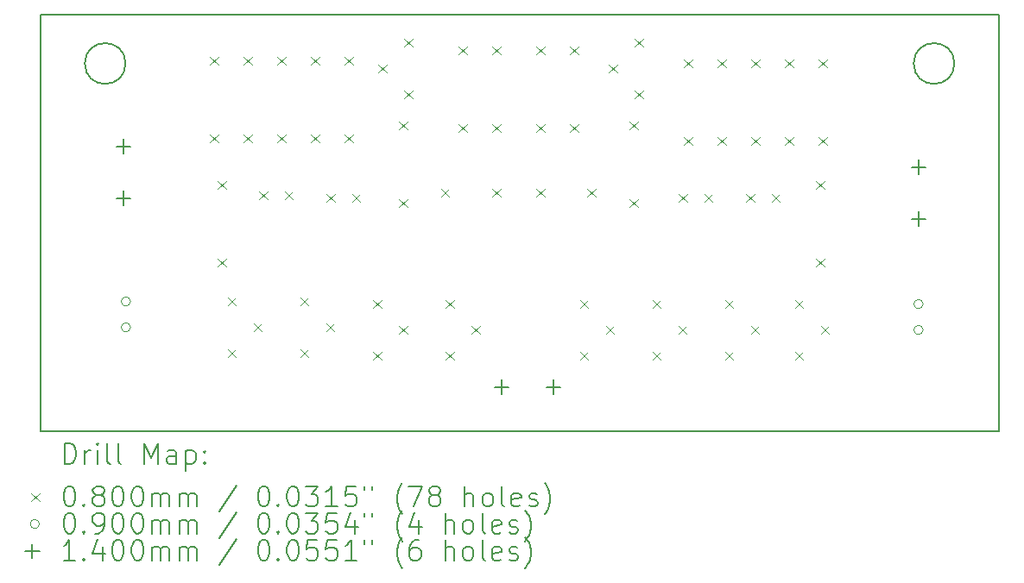
<source format=gbr>
%TF.GenerationSoftware,KiCad,Pcbnew,7.0.2-6a45011f42~172~ubuntu22.04.1*%
%TF.CreationDate,2023-05-29T20:36:31+02:00*%
%TF.ProjectId,politieflitser,706f6c69-7469-4656-966c-69747365722e,rev?*%
%TF.SameCoordinates,Original*%
%TF.FileFunction,Drillmap*%
%TF.FilePolarity,Positive*%
%FSLAX45Y45*%
G04 Gerber Fmt 4.5, Leading zero omitted, Abs format (unit mm)*
G04 Created by KiCad (PCBNEW 7.0.2-6a45011f42~172~ubuntu22.04.1) date 2023-05-29 20:36:31*
%MOMM*%
%LPD*%
G01*
G04 APERTURE LIST*
%ADD10C,0.200000*%
%ADD11C,0.080000*%
%ADD12C,0.090000*%
%ADD13C,0.140000*%
G04 APERTURE END LIST*
D10*
X11249000Y-2921000D02*
G75*
G03*
X11249000Y-2921000I-200000J0D01*
G01*
X2286000Y-2438400D02*
X11684000Y-2438400D01*
X11684000Y-6527800D01*
X2286000Y-6527800D01*
X2286000Y-2438400D01*
X3121000Y-2921000D02*
G75*
G03*
X3121000Y-2921000I-200000J0D01*
G01*
D11*
X3947800Y-2855600D02*
X4027800Y-2935600D01*
X4027800Y-2855600D02*
X3947800Y-2935600D01*
X3947800Y-3617600D02*
X4027800Y-3697600D01*
X4027800Y-3617600D02*
X3947800Y-3697600D01*
X4024000Y-4074800D02*
X4104000Y-4154800D01*
X4104000Y-4074800D02*
X4024000Y-4154800D01*
X4024000Y-4836800D02*
X4104000Y-4916800D01*
X4104000Y-4836800D02*
X4024000Y-4916800D01*
X4124800Y-5217800D02*
X4204800Y-5297800D01*
X4204800Y-5217800D02*
X4124800Y-5297800D01*
X4124800Y-5725800D02*
X4204800Y-5805800D01*
X4204800Y-5725800D02*
X4124800Y-5805800D01*
X4278000Y-2855600D02*
X4358000Y-2935600D01*
X4358000Y-2855600D02*
X4278000Y-2935600D01*
X4278000Y-3617600D02*
X4358000Y-3697600D01*
X4358000Y-3617600D02*
X4278000Y-3697600D01*
X4378800Y-5471800D02*
X4458800Y-5551800D01*
X4458800Y-5471800D02*
X4378800Y-5551800D01*
X4430400Y-4176400D02*
X4510400Y-4256400D01*
X4510400Y-4176400D02*
X4430400Y-4256400D01*
X4608200Y-2855600D02*
X4688200Y-2935600D01*
X4688200Y-2855600D02*
X4608200Y-2935600D01*
X4608200Y-3617600D02*
X4688200Y-3697600D01*
X4688200Y-3617600D02*
X4608200Y-3697600D01*
X4680400Y-4176400D02*
X4760400Y-4256400D01*
X4760400Y-4176400D02*
X4680400Y-4256400D01*
X4836000Y-5217800D02*
X4916000Y-5297800D01*
X4916000Y-5217800D02*
X4836000Y-5297800D01*
X4836000Y-5725800D02*
X4916000Y-5805800D01*
X4916000Y-5725800D02*
X4836000Y-5805800D01*
X4938400Y-2855600D02*
X5018400Y-2935600D01*
X5018400Y-2855600D02*
X4938400Y-2935600D01*
X4938400Y-3617600D02*
X5018400Y-3697600D01*
X5018400Y-3617600D02*
X4938400Y-3697600D01*
X5090000Y-5471800D02*
X5170000Y-5551800D01*
X5170000Y-5471800D02*
X5090000Y-5551800D01*
X5090800Y-4201800D02*
X5170800Y-4281800D01*
X5170800Y-4201800D02*
X5090800Y-4281800D01*
X5268600Y-2855600D02*
X5348600Y-2935600D01*
X5348600Y-2855600D02*
X5268600Y-2935600D01*
X5268600Y-3617600D02*
X5348600Y-3697600D01*
X5348600Y-3617600D02*
X5268600Y-3697600D01*
X5340800Y-4201800D02*
X5420800Y-4281800D01*
X5420800Y-4201800D02*
X5340800Y-4281800D01*
X5548000Y-5243200D02*
X5628000Y-5323200D01*
X5628000Y-5243200D02*
X5548000Y-5323200D01*
X5548000Y-5751200D02*
X5628000Y-5831200D01*
X5628000Y-5751200D02*
X5548000Y-5831200D01*
X5599600Y-2931800D02*
X5679600Y-3011800D01*
X5679600Y-2931800D02*
X5599600Y-3011800D01*
X5802000Y-3490600D02*
X5882000Y-3570600D01*
X5882000Y-3490600D02*
X5802000Y-3570600D01*
X5802000Y-4252600D02*
X5882000Y-4332600D01*
X5882000Y-4252600D02*
X5802000Y-4332600D01*
X5802000Y-5497200D02*
X5882000Y-5577200D01*
X5882000Y-5497200D02*
X5802000Y-5577200D01*
X5853600Y-2677800D02*
X5933600Y-2757800D01*
X5933600Y-2677800D02*
X5853600Y-2757800D01*
X5853600Y-3185800D02*
X5933600Y-3265800D01*
X5933600Y-3185800D02*
X5853600Y-3265800D01*
X6216400Y-4151000D02*
X6296400Y-4231000D01*
X6296400Y-4151000D02*
X6216400Y-4231000D01*
X6259200Y-5243200D02*
X6339200Y-5323200D01*
X6339200Y-5243200D02*
X6259200Y-5323200D01*
X6259200Y-5751200D02*
X6339200Y-5831200D01*
X6339200Y-5751200D02*
X6259200Y-5831200D01*
X6386200Y-2754000D02*
X6466200Y-2834000D01*
X6466200Y-2754000D02*
X6386200Y-2834000D01*
X6386200Y-3516000D02*
X6466200Y-3596000D01*
X6466200Y-3516000D02*
X6386200Y-3596000D01*
X6513200Y-5497200D02*
X6593200Y-5577200D01*
X6593200Y-5497200D02*
X6513200Y-5577200D01*
X6716400Y-2754000D02*
X6796400Y-2834000D01*
X6796400Y-2754000D02*
X6716400Y-2834000D01*
X6716400Y-3516000D02*
X6796400Y-3596000D01*
X6796400Y-3516000D02*
X6716400Y-3596000D01*
X6716400Y-4151000D02*
X6796400Y-4231000D01*
X6796400Y-4151000D02*
X6716400Y-4231000D01*
X7148200Y-2754000D02*
X7228200Y-2834000D01*
X7228200Y-2754000D02*
X7148200Y-2834000D01*
X7148200Y-3516000D02*
X7228200Y-3596000D01*
X7228200Y-3516000D02*
X7148200Y-3596000D01*
X7148200Y-4151000D02*
X7228200Y-4231000D01*
X7228200Y-4151000D02*
X7148200Y-4231000D01*
X7478400Y-2754000D02*
X7558400Y-2834000D01*
X7558400Y-2754000D02*
X7478400Y-2834000D01*
X7478400Y-3516000D02*
X7558400Y-3596000D01*
X7558400Y-3516000D02*
X7478400Y-3596000D01*
X7579200Y-5243200D02*
X7659200Y-5323200D01*
X7659200Y-5243200D02*
X7579200Y-5323200D01*
X7579200Y-5751200D02*
X7659200Y-5831200D01*
X7659200Y-5751200D02*
X7579200Y-5831200D01*
X7648200Y-4151000D02*
X7728200Y-4231000D01*
X7728200Y-4151000D02*
X7648200Y-4231000D01*
X7833200Y-5497200D02*
X7913200Y-5577200D01*
X7913200Y-5497200D02*
X7833200Y-5577200D01*
X7860200Y-2931800D02*
X7940200Y-3011800D01*
X7940200Y-2931800D02*
X7860200Y-3011800D01*
X8062600Y-3490600D02*
X8142600Y-3570600D01*
X8142600Y-3490600D02*
X8062600Y-3570600D01*
X8062600Y-4252600D02*
X8142600Y-4332600D01*
X8142600Y-4252600D02*
X8062600Y-4332600D01*
X8114200Y-2677800D02*
X8194200Y-2757800D01*
X8194200Y-2677800D02*
X8114200Y-2757800D01*
X8114200Y-3185800D02*
X8194200Y-3265800D01*
X8194200Y-3185800D02*
X8114200Y-3265800D01*
X8290400Y-5243200D02*
X8370400Y-5323200D01*
X8370400Y-5243200D02*
X8290400Y-5323200D01*
X8290400Y-5751200D02*
X8370400Y-5831200D01*
X8370400Y-5751200D02*
X8290400Y-5831200D01*
X8544400Y-5497200D02*
X8624400Y-5577200D01*
X8624400Y-5497200D02*
X8544400Y-5577200D01*
X8545200Y-4201800D02*
X8625200Y-4281800D01*
X8625200Y-4201800D02*
X8545200Y-4281800D01*
X8596000Y-2881000D02*
X8676000Y-2961000D01*
X8676000Y-2881000D02*
X8596000Y-2961000D01*
X8596000Y-3643000D02*
X8676000Y-3723000D01*
X8676000Y-3643000D02*
X8596000Y-3723000D01*
X8795200Y-4201800D02*
X8875200Y-4281800D01*
X8875200Y-4201800D02*
X8795200Y-4281800D01*
X8926200Y-2881000D02*
X9006200Y-2961000D01*
X9006200Y-2881000D02*
X8926200Y-2961000D01*
X8926200Y-3643000D02*
X9006200Y-3723000D01*
X9006200Y-3643000D02*
X8926200Y-3723000D01*
X9001600Y-5243200D02*
X9081600Y-5323200D01*
X9081600Y-5243200D02*
X9001600Y-5323200D01*
X9001600Y-5751200D02*
X9081600Y-5831200D01*
X9081600Y-5751200D02*
X9001600Y-5831200D01*
X9205600Y-4201800D02*
X9285600Y-4281800D01*
X9285600Y-4201800D02*
X9205600Y-4281800D01*
X9255600Y-5497200D02*
X9335600Y-5577200D01*
X9335600Y-5497200D02*
X9255600Y-5577200D01*
X9256400Y-2881000D02*
X9336400Y-2961000D01*
X9336400Y-2881000D02*
X9256400Y-2961000D01*
X9256400Y-3643000D02*
X9336400Y-3723000D01*
X9336400Y-3643000D02*
X9256400Y-3723000D01*
X9455600Y-4201800D02*
X9535600Y-4281800D01*
X9535600Y-4201800D02*
X9455600Y-4281800D01*
X9586600Y-2881000D02*
X9666600Y-2961000D01*
X9666600Y-2881000D02*
X9586600Y-2961000D01*
X9586600Y-3643000D02*
X9666600Y-3723000D01*
X9666600Y-3643000D02*
X9586600Y-3723000D01*
X9687400Y-5243200D02*
X9767400Y-5323200D01*
X9767400Y-5243200D02*
X9687400Y-5323200D01*
X9687400Y-5751200D02*
X9767400Y-5831200D01*
X9767400Y-5751200D02*
X9687400Y-5831200D01*
X9891400Y-4074800D02*
X9971400Y-4154800D01*
X9971400Y-4074800D02*
X9891400Y-4154800D01*
X9891400Y-4836800D02*
X9971400Y-4916800D01*
X9971400Y-4836800D02*
X9891400Y-4916800D01*
X9916800Y-2881000D02*
X9996800Y-2961000D01*
X9996800Y-2881000D02*
X9916800Y-2961000D01*
X9916800Y-3643000D02*
X9996800Y-3723000D01*
X9996800Y-3643000D02*
X9916800Y-3723000D01*
X9941400Y-5497200D02*
X10021400Y-5577200D01*
X10021400Y-5497200D02*
X9941400Y-5577200D01*
D12*
X3169200Y-5257800D02*
G75*
G03*
X3169200Y-5257800I-45000J0D01*
G01*
X3169200Y-5511800D02*
G75*
G03*
X3169200Y-5511800I-45000J0D01*
G01*
X10941600Y-5283200D02*
G75*
G03*
X10941600Y-5283200I-45000J0D01*
G01*
X10941600Y-5537200D02*
G75*
G03*
X10941600Y-5537200I-45000J0D01*
G01*
D13*
X3098800Y-3663800D02*
X3098800Y-3803800D01*
X3028800Y-3733800D02*
X3168800Y-3733800D01*
X3098800Y-4171800D02*
X3098800Y-4311800D01*
X3028800Y-4241800D02*
X3168800Y-4241800D01*
X6807200Y-6026000D02*
X6807200Y-6166000D01*
X6737200Y-6096000D02*
X6877200Y-6096000D01*
X7315200Y-6026000D02*
X7315200Y-6166000D01*
X7245200Y-6096000D02*
X7385200Y-6096000D01*
X10896600Y-3866500D02*
X10896600Y-4006500D01*
X10826600Y-3936500D02*
X10966600Y-3936500D01*
X10896600Y-4374500D02*
X10896600Y-4514500D01*
X10826600Y-4444500D02*
X10966600Y-4444500D01*
D10*
X2523619Y-6850324D02*
X2523619Y-6650324D01*
X2523619Y-6650324D02*
X2571238Y-6650324D01*
X2571238Y-6650324D02*
X2599810Y-6659848D01*
X2599810Y-6659848D02*
X2618857Y-6678895D01*
X2618857Y-6678895D02*
X2628381Y-6697943D01*
X2628381Y-6697943D02*
X2637905Y-6736038D01*
X2637905Y-6736038D02*
X2637905Y-6764609D01*
X2637905Y-6764609D02*
X2628381Y-6802705D01*
X2628381Y-6802705D02*
X2618857Y-6821752D01*
X2618857Y-6821752D02*
X2599810Y-6840800D01*
X2599810Y-6840800D02*
X2571238Y-6850324D01*
X2571238Y-6850324D02*
X2523619Y-6850324D01*
X2723619Y-6850324D02*
X2723619Y-6716990D01*
X2723619Y-6755086D02*
X2733143Y-6736038D01*
X2733143Y-6736038D02*
X2742667Y-6726514D01*
X2742667Y-6726514D02*
X2761714Y-6716990D01*
X2761714Y-6716990D02*
X2780762Y-6716990D01*
X2847428Y-6850324D02*
X2847428Y-6716990D01*
X2847428Y-6650324D02*
X2837905Y-6659848D01*
X2837905Y-6659848D02*
X2847428Y-6669371D01*
X2847428Y-6669371D02*
X2856952Y-6659848D01*
X2856952Y-6659848D02*
X2847428Y-6650324D01*
X2847428Y-6650324D02*
X2847428Y-6669371D01*
X2971238Y-6850324D02*
X2952190Y-6840800D01*
X2952190Y-6840800D02*
X2942667Y-6821752D01*
X2942667Y-6821752D02*
X2942667Y-6650324D01*
X3076000Y-6850324D02*
X3056952Y-6840800D01*
X3056952Y-6840800D02*
X3047428Y-6821752D01*
X3047428Y-6821752D02*
X3047428Y-6650324D01*
X3304571Y-6850324D02*
X3304571Y-6650324D01*
X3304571Y-6650324D02*
X3371238Y-6793181D01*
X3371238Y-6793181D02*
X3437905Y-6650324D01*
X3437905Y-6650324D02*
X3437905Y-6850324D01*
X3618857Y-6850324D02*
X3618857Y-6745562D01*
X3618857Y-6745562D02*
X3609333Y-6726514D01*
X3609333Y-6726514D02*
X3590286Y-6716990D01*
X3590286Y-6716990D02*
X3552190Y-6716990D01*
X3552190Y-6716990D02*
X3533143Y-6726514D01*
X3618857Y-6840800D02*
X3599809Y-6850324D01*
X3599809Y-6850324D02*
X3552190Y-6850324D01*
X3552190Y-6850324D02*
X3533143Y-6840800D01*
X3533143Y-6840800D02*
X3523619Y-6821752D01*
X3523619Y-6821752D02*
X3523619Y-6802705D01*
X3523619Y-6802705D02*
X3533143Y-6783657D01*
X3533143Y-6783657D02*
X3552190Y-6774133D01*
X3552190Y-6774133D02*
X3599809Y-6774133D01*
X3599809Y-6774133D02*
X3618857Y-6764609D01*
X3714095Y-6716990D02*
X3714095Y-6916990D01*
X3714095Y-6726514D02*
X3733143Y-6716990D01*
X3733143Y-6716990D02*
X3771238Y-6716990D01*
X3771238Y-6716990D02*
X3790286Y-6726514D01*
X3790286Y-6726514D02*
X3799809Y-6736038D01*
X3799809Y-6736038D02*
X3809333Y-6755086D01*
X3809333Y-6755086D02*
X3809333Y-6812228D01*
X3809333Y-6812228D02*
X3799809Y-6831276D01*
X3799809Y-6831276D02*
X3790286Y-6840800D01*
X3790286Y-6840800D02*
X3771238Y-6850324D01*
X3771238Y-6850324D02*
X3733143Y-6850324D01*
X3733143Y-6850324D02*
X3714095Y-6840800D01*
X3895048Y-6831276D02*
X3904571Y-6840800D01*
X3904571Y-6840800D02*
X3895048Y-6850324D01*
X3895048Y-6850324D02*
X3885524Y-6840800D01*
X3885524Y-6840800D02*
X3895048Y-6831276D01*
X3895048Y-6831276D02*
X3895048Y-6850324D01*
X3895048Y-6726514D02*
X3904571Y-6736038D01*
X3904571Y-6736038D02*
X3895048Y-6745562D01*
X3895048Y-6745562D02*
X3885524Y-6736038D01*
X3885524Y-6736038D02*
X3895048Y-6726514D01*
X3895048Y-6726514D02*
X3895048Y-6745562D01*
D11*
X2196000Y-7137800D02*
X2276000Y-7217800D01*
X2276000Y-7137800D02*
X2196000Y-7217800D01*
D10*
X2561714Y-7070324D02*
X2580762Y-7070324D01*
X2580762Y-7070324D02*
X2599810Y-7079848D01*
X2599810Y-7079848D02*
X2609333Y-7089371D01*
X2609333Y-7089371D02*
X2618857Y-7108419D01*
X2618857Y-7108419D02*
X2628381Y-7146514D01*
X2628381Y-7146514D02*
X2628381Y-7194133D01*
X2628381Y-7194133D02*
X2618857Y-7232228D01*
X2618857Y-7232228D02*
X2609333Y-7251276D01*
X2609333Y-7251276D02*
X2599810Y-7260800D01*
X2599810Y-7260800D02*
X2580762Y-7270324D01*
X2580762Y-7270324D02*
X2561714Y-7270324D01*
X2561714Y-7270324D02*
X2542667Y-7260800D01*
X2542667Y-7260800D02*
X2533143Y-7251276D01*
X2533143Y-7251276D02*
X2523619Y-7232228D01*
X2523619Y-7232228D02*
X2514095Y-7194133D01*
X2514095Y-7194133D02*
X2514095Y-7146514D01*
X2514095Y-7146514D02*
X2523619Y-7108419D01*
X2523619Y-7108419D02*
X2533143Y-7089371D01*
X2533143Y-7089371D02*
X2542667Y-7079848D01*
X2542667Y-7079848D02*
X2561714Y-7070324D01*
X2714095Y-7251276D02*
X2723619Y-7260800D01*
X2723619Y-7260800D02*
X2714095Y-7270324D01*
X2714095Y-7270324D02*
X2704571Y-7260800D01*
X2704571Y-7260800D02*
X2714095Y-7251276D01*
X2714095Y-7251276D02*
X2714095Y-7270324D01*
X2837905Y-7156038D02*
X2818857Y-7146514D01*
X2818857Y-7146514D02*
X2809333Y-7136990D01*
X2809333Y-7136990D02*
X2799809Y-7117943D01*
X2799809Y-7117943D02*
X2799809Y-7108419D01*
X2799809Y-7108419D02*
X2809333Y-7089371D01*
X2809333Y-7089371D02*
X2818857Y-7079848D01*
X2818857Y-7079848D02*
X2837905Y-7070324D01*
X2837905Y-7070324D02*
X2876000Y-7070324D01*
X2876000Y-7070324D02*
X2895048Y-7079848D01*
X2895048Y-7079848D02*
X2904571Y-7089371D01*
X2904571Y-7089371D02*
X2914095Y-7108419D01*
X2914095Y-7108419D02*
X2914095Y-7117943D01*
X2914095Y-7117943D02*
X2904571Y-7136990D01*
X2904571Y-7136990D02*
X2895048Y-7146514D01*
X2895048Y-7146514D02*
X2876000Y-7156038D01*
X2876000Y-7156038D02*
X2837905Y-7156038D01*
X2837905Y-7156038D02*
X2818857Y-7165562D01*
X2818857Y-7165562D02*
X2809333Y-7175086D01*
X2809333Y-7175086D02*
X2799809Y-7194133D01*
X2799809Y-7194133D02*
X2799809Y-7232228D01*
X2799809Y-7232228D02*
X2809333Y-7251276D01*
X2809333Y-7251276D02*
X2818857Y-7260800D01*
X2818857Y-7260800D02*
X2837905Y-7270324D01*
X2837905Y-7270324D02*
X2876000Y-7270324D01*
X2876000Y-7270324D02*
X2895048Y-7260800D01*
X2895048Y-7260800D02*
X2904571Y-7251276D01*
X2904571Y-7251276D02*
X2914095Y-7232228D01*
X2914095Y-7232228D02*
X2914095Y-7194133D01*
X2914095Y-7194133D02*
X2904571Y-7175086D01*
X2904571Y-7175086D02*
X2895048Y-7165562D01*
X2895048Y-7165562D02*
X2876000Y-7156038D01*
X3037905Y-7070324D02*
X3056952Y-7070324D01*
X3056952Y-7070324D02*
X3076000Y-7079848D01*
X3076000Y-7079848D02*
X3085524Y-7089371D01*
X3085524Y-7089371D02*
X3095048Y-7108419D01*
X3095048Y-7108419D02*
X3104571Y-7146514D01*
X3104571Y-7146514D02*
X3104571Y-7194133D01*
X3104571Y-7194133D02*
X3095048Y-7232228D01*
X3095048Y-7232228D02*
X3085524Y-7251276D01*
X3085524Y-7251276D02*
X3076000Y-7260800D01*
X3076000Y-7260800D02*
X3056952Y-7270324D01*
X3056952Y-7270324D02*
X3037905Y-7270324D01*
X3037905Y-7270324D02*
X3018857Y-7260800D01*
X3018857Y-7260800D02*
X3009333Y-7251276D01*
X3009333Y-7251276D02*
X2999809Y-7232228D01*
X2999809Y-7232228D02*
X2990286Y-7194133D01*
X2990286Y-7194133D02*
X2990286Y-7146514D01*
X2990286Y-7146514D02*
X2999809Y-7108419D01*
X2999809Y-7108419D02*
X3009333Y-7089371D01*
X3009333Y-7089371D02*
X3018857Y-7079848D01*
X3018857Y-7079848D02*
X3037905Y-7070324D01*
X3228381Y-7070324D02*
X3247429Y-7070324D01*
X3247429Y-7070324D02*
X3266476Y-7079848D01*
X3266476Y-7079848D02*
X3276000Y-7089371D01*
X3276000Y-7089371D02*
X3285524Y-7108419D01*
X3285524Y-7108419D02*
X3295048Y-7146514D01*
X3295048Y-7146514D02*
X3295048Y-7194133D01*
X3295048Y-7194133D02*
X3285524Y-7232228D01*
X3285524Y-7232228D02*
X3276000Y-7251276D01*
X3276000Y-7251276D02*
X3266476Y-7260800D01*
X3266476Y-7260800D02*
X3247429Y-7270324D01*
X3247429Y-7270324D02*
X3228381Y-7270324D01*
X3228381Y-7270324D02*
X3209333Y-7260800D01*
X3209333Y-7260800D02*
X3199809Y-7251276D01*
X3199809Y-7251276D02*
X3190286Y-7232228D01*
X3190286Y-7232228D02*
X3180762Y-7194133D01*
X3180762Y-7194133D02*
X3180762Y-7146514D01*
X3180762Y-7146514D02*
X3190286Y-7108419D01*
X3190286Y-7108419D02*
X3199809Y-7089371D01*
X3199809Y-7089371D02*
X3209333Y-7079848D01*
X3209333Y-7079848D02*
X3228381Y-7070324D01*
X3380762Y-7270324D02*
X3380762Y-7136990D01*
X3380762Y-7156038D02*
X3390286Y-7146514D01*
X3390286Y-7146514D02*
X3409333Y-7136990D01*
X3409333Y-7136990D02*
X3437905Y-7136990D01*
X3437905Y-7136990D02*
X3456952Y-7146514D01*
X3456952Y-7146514D02*
X3466476Y-7165562D01*
X3466476Y-7165562D02*
X3466476Y-7270324D01*
X3466476Y-7165562D02*
X3476000Y-7146514D01*
X3476000Y-7146514D02*
X3495048Y-7136990D01*
X3495048Y-7136990D02*
X3523619Y-7136990D01*
X3523619Y-7136990D02*
X3542667Y-7146514D01*
X3542667Y-7146514D02*
X3552190Y-7165562D01*
X3552190Y-7165562D02*
X3552190Y-7270324D01*
X3647429Y-7270324D02*
X3647429Y-7136990D01*
X3647429Y-7156038D02*
X3656952Y-7146514D01*
X3656952Y-7146514D02*
X3676000Y-7136990D01*
X3676000Y-7136990D02*
X3704571Y-7136990D01*
X3704571Y-7136990D02*
X3723619Y-7146514D01*
X3723619Y-7146514D02*
X3733143Y-7165562D01*
X3733143Y-7165562D02*
X3733143Y-7270324D01*
X3733143Y-7165562D02*
X3742667Y-7146514D01*
X3742667Y-7146514D02*
X3761714Y-7136990D01*
X3761714Y-7136990D02*
X3790286Y-7136990D01*
X3790286Y-7136990D02*
X3809333Y-7146514D01*
X3809333Y-7146514D02*
X3818857Y-7165562D01*
X3818857Y-7165562D02*
X3818857Y-7270324D01*
X4209333Y-7060800D02*
X4037905Y-7317943D01*
X4466476Y-7070324D02*
X4485524Y-7070324D01*
X4485524Y-7070324D02*
X4504572Y-7079848D01*
X4504572Y-7079848D02*
X4514095Y-7089371D01*
X4514095Y-7089371D02*
X4523619Y-7108419D01*
X4523619Y-7108419D02*
X4533143Y-7146514D01*
X4533143Y-7146514D02*
X4533143Y-7194133D01*
X4533143Y-7194133D02*
X4523619Y-7232228D01*
X4523619Y-7232228D02*
X4514095Y-7251276D01*
X4514095Y-7251276D02*
X4504572Y-7260800D01*
X4504572Y-7260800D02*
X4485524Y-7270324D01*
X4485524Y-7270324D02*
X4466476Y-7270324D01*
X4466476Y-7270324D02*
X4447429Y-7260800D01*
X4447429Y-7260800D02*
X4437905Y-7251276D01*
X4437905Y-7251276D02*
X4428381Y-7232228D01*
X4428381Y-7232228D02*
X4418857Y-7194133D01*
X4418857Y-7194133D02*
X4418857Y-7146514D01*
X4418857Y-7146514D02*
X4428381Y-7108419D01*
X4428381Y-7108419D02*
X4437905Y-7089371D01*
X4437905Y-7089371D02*
X4447429Y-7079848D01*
X4447429Y-7079848D02*
X4466476Y-7070324D01*
X4618857Y-7251276D02*
X4628381Y-7260800D01*
X4628381Y-7260800D02*
X4618857Y-7270324D01*
X4618857Y-7270324D02*
X4609334Y-7260800D01*
X4609334Y-7260800D02*
X4618857Y-7251276D01*
X4618857Y-7251276D02*
X4618857Y-7270324D01*
X4752191Y-7070324D02*
X4771238Y-7070324D01*
X4771238Y-7070324D02*
X4790286Y-7079848D01*
X4790286Y-7079848D02*
X4799810Y-7089371D01*
X4799810Y-7089371D02*
X4809334Y-7108419D01*
X4809334Y-7108419D02*
X4818857Y-7146514D01*
X4818857Y-7146514D02*
X4818857Y-7194133D01*
X4818857Y-7194133D02*
X4809334Y-7232228D01*
X4809334Y-7232228D02*
X4799810Y-7251276D01*
X4799810Y-7251276D02*
X4790286Y-7260800D01*
X4790286Y-7260800D02*
X4771238Y-7270324D01*
X4771238Y-7270324D02*
X4752191Y-7270324D01*
X4752191Y-7270324D02*
X4733143Y-7260800D01*
X4733143Y-7260800D02*
X4723619Y-7251276D01*
X4723619Y-7251276D02*
X4714095Y-7232228D01*
X4714095Y-7232228D02*
X4704572Y-7194133D01*
X4704572Y-7194133D02*
X4704572Y-7146514D01*
X4704572Y-7146514D02*
X4714095Y-7108419D01*
X4714095Y-7108419D02*
X4723619Y-7089371D01*
X4723619Y-7089371D02*
X4733143Y-7079848D01*
X4733143Y-7079848D02*
X4752191Y-7070324D01*
X4885524Y-7070324D02*
X5009334Y-7070324D01*
X5009334Y-7070324D02*
X4942667Y-7146514D01*
X4942667Y-7146514D02*
X4971238Y-7146514D01*
X4971238Y-7146514D02*
X4990286Y-7156038D01*
X4990286Y-7156038D02*
X4999810Y-7165562D01*
X4999810Y-7165562D02*
X5009334Y-7184609D01*
X5009334Y-7184609D02*
X5009334Y-7232228D01*
X5009334Y-7232228D02*
X4999810Y-7251276D01*
X4999810Y-7251276D02*
X4990286Y-7260800D01*
X4990286Y-7260800D02*
X4971238Y-7270324D01*
X4971238Y-7270324D02*
X4914095Y-7270324D01*
X4914095Y-7270324D02*
X4895048Y-7260800D01*
X4895048Y-7260800D02*
X4885524Y-7251276D01*
X5199810Y-7270324D02*
X5085524Y-7270324D01*
X5142667Y-7270324D02*
X5142667Y-7070324D01*
X5142667Y-7070324D02*
X5123619Y-7098895D01*
X5123619Y-7098895D02*
X5104572Y-7117943D01*
X5104572Y-7117943D02*
X5085524Y-7127467D01*
X5380762Y-7070324D02*
X5285524Y-7070324D01*
X5285524Y-7070324D02*
X5276000Y-7165562D01*
X5276000Y-7165562D02*
X5285524Y-7156038D01*
X5285524Y-7156038D02*
X5304572Y-7146514D01*
X5304572Y-7146514D02*
X5352191Y-7146514D01*
X5352191Y-7146514D02*
X5371238Y-7156038D01*
X5371238Y-7156038D02*
X5380762Y-7165562D01*
X5380762Y-7165562D02*
X5390286Y-7184609D01*
X5390286Y-7184609D02*
X5390286Y-7232228D01*
X5390286Y-7232228D02*
X5380762Y-7251276D01*
X5380762Y-7251276D02*
X5371238Y-7260800D01*
X5371238Y-7260800D02*
X5352191Y-7270324D01*
X5352191Y-7270324D02*
X5304572Y-7270324D01*
X5304572Y-7270324D02*
X5285524Y-7260800D01*
X5285524Y-7260800D02*
X5276000Y-7251276D01*
X5466476Y-7070324D02*
X5466476Y-7108419D01*
X5542667Y-7070324D02*
X5542667Y-7108419D01*
X5837905Y-7346514D02*
X5828381Y-7336990D01*
X5828381Y-7336990D02*
X5809334Y-7308419D01*
X5809334Y-7308419D02*
X5799810Y-7289371D01*
X5799810Y-7289371D02*
X5790286Y-7260800D01*
X5790286Y-7260800D02*
X5780762Y-7213181D01*
X5780762Y-7213181D02*
X5780762Y-7175086D01*
X5780762Y-7175086D02*
X5790286Y-7127467D01*
X5790286Y-7127467D02*
X5799810Y-7098895D01*
X5799810Y-7098895D02*
X5809334Y-7079848D01*
X5809334Y-7079848D02*
X5828381Y-7051276D01*
X5828381Y-7051276D02*
X5837905Y-7041752D01*
X5895048Y-7070324D02*
X6028381Y-7070324D01*
X6028381Y-7070324D02*
X5942667Y-7270324D01*
X6133143Y-7156038D02*
X6114095Y-7146514D01*
X6114095Y-7146514D02*
X6104572Y-7136990D01*
X6104572Y-7136990D02*
X6095048Y-7117943D01*
X6095048Y-7117943D02*
X6095048Y-7108419D01*
X6095048Y-7108419D02*
X6104572Y-7089371D01*
X6104572Y-7089371D02*
X6114095Y-7079848D01*
X6114095Y-7079848D02*
X6133143Y-7070324D01*
X6133143Y-7070324D02*
X6171238Y-7070324D01*
X6171238Y-7070324D02*
X6190286Y-7079848D01*
X6190286Y-7079848D02*
X6199810Y-7089371D01*
X6199810Y-7089371D02*
X6209334Y-7108419D01*
X6209334Y-7108419D02*
X6209334Y-7117943D01*
X6209334Y-7117943D02*
X6199810Y-7136990D01*
X6199810Y-7136990D02*
X6190286Y-7146514D01*
X6190286Y-7146514D02*
X6171238Y-7156038D01*
X6171238Y-7156038D02*
X6133143Y-7156038D01*
X6133143Y-7156038D02*
X6114095Y-7165562D01*
X6114095Y-7165562D02*
X6104572Y-7175086D01*
X6104572Y-7175086D02*
X6095048Y-7194133D01*
X6095048Y-7194133D02*
X6095048Y-7232228D01*
X6095048Y-7232228D02*
X6104572Y-7251276D01*
X6104572Y-7251276D02*
X6114095Y-7260800D01*
X6114095Y-7260800D02*
X6133143Y-7270324D01*
X6133143Y-7270324D02*
X6171238Y-7270324D01*
X6171238Y-7270324D02*
X6190286Y-7260800D01*
X6190286Y-7260800D02*
X6199810Y-7251276D01*
X6199810Y-7251276D02*
X6209334Y-7232228D01*
X6209334Y-7232228D02*
X6209334Y-7194133D01*
X6209334Y-7194133D02*
X6199810Y-7175086D01*
X6199810Y-7175086D02*
X6190286Y-7165562D01*
X6190286Y-7165562D02*
X6171238Y-7156038D01*
X6447429Y-7270324D02*
X6447429Y-7070324D01*
X6533143Y-7270324D02*
X6533143Y-7165562D01*
X6533143Y-7165562D02*
X6523619Y-7146514D01*
X6523619Y-7146514D02*
X6504572Y-7136990D01*
X6504572Y-7136990D02*
X6476000Y-7136990D01*
X6476000Y-7136990D02*
X6456953Y-7146514D01*
X6456953Y-7146514D02*
X6447429Y-7156038D01*
X6656953Y-7270324D02*
X6637905Y-7260800D01*
X6637905Y-7260800D02*
X6628381Y-7251276D01*
X6628381Y-7251276D02*
X6618857Y-7232228D01*
X6618857Y-7232228D02*
X6618857Y-7175086D01*
X6618857Y-7175086D02*
X6628381Y-7156038D01*
X6628381Y-7156038D02*
X6637905Y-7146514D01*
X6637905Y-7146514D02*
X6656953Y-7136990D01*
X6656953Y-7136990D02*
X6685524Y-7136990D01*
X6685524Y-7136990D02*
X6704572Y-7146514D01*
X6704572Y-7146514D02*
X6714096Y-7156038D01*
X6714096Y-7156038D02*
X6723619Y-7175086D01*
X6723619Y-7175086D02*
X6723619Y-7232228D01*
X6723619Y-7232228D02*
X6714096Y-7251276D01*
X6714096Y-7251276D02*
X6704572Y-7260800D01*
X6704572Y-7260800D02*
X6685524Y-7270324D01*
X6685524Y-7270324D02*
X6656953Y-7270324D01*
X6837905Y-7270324D02*
X6818857Y-7260800D01*
X6818857Y-7260800D02*
X6809334Y-7241752D01*
X6809334Y-7241752D02*
X6809334Y-7070324D01*
X6990286Y-7260800D02*
X6971238Y-7270324D01*
X6971238Y-7270324D02*
X6933143Y-7270324D01*
X6933143Y-7270324D02*
X6914096Y-7260800D01*
X6914096Y-7260800D02*
X6904572Y-7241752D01*
X6904572Y-7241752D02*
X6904572Y-7165562D01*
X6904572Y-7165562D02*
X6914096Y-7146514D01*
X6914096Y-7146514D02*
X6933143Y-7136990D01*
X6933143Y-7136990D02*
X6971238Y-7136990D01*
X6971238Y-7136990D02*
X6990286Y-7146514D01*
X6990286Y-7146514D02*
X6999810Y-7165562D01*
X6999810Y-7165562D02*
X6999810Y-7184609D01*
X6999810Y-7184609D02*
X6904572Y-7203657D01*
X7076000Y-7260800D02*
X7095048Y-7270324D01*
X7095048Y-7270324D02*
X7133143Y-7270324D01*
X7133143Y-7270324D02*
X7152191Y-7260800D01*
X7152191Y-7260800D02*
X7161715Y-7241752D01*
X7161715Y-7241752D02*
X7161715Y-7232228D01*
X7161715Y-7232228D02*
X7152191Y-7213181D01*
X7152191Y-7213181D02*
X7133143Y-7203657D01*
X7133143Y-7203657D02*
X7104572Y-7203657D01*
X7104572Y-7203657D02*
X7085524Y-7194133D01*
X7085524Y-7194133D02*
X7076000Y-7175086D01*
X7076000Y-7175086D02*
X7076000Y-7165562D01*
X7076000Y-7165562D02*
X7085524Y-7146514D01*
X7085524Y-7146514D02*
X7104572Y-7136990D01*
X7104572Y-7136990D02*
X7133143Y-7136990D01*
X7133143Y-7136990D02*
X7152191Y-7146514D01*
X7228381Y-7346514D02*
X7237905Y-7336990D01*
X7237905Y-7336990D02*
X7256953Y-7308419D01*
X7256953Y-7308419D02*
X7266477Y-7289371D01*
X7266477Y-7289371D02*
X7276000Y-7260800D01*
X7276000Y-7260800D02*
X7285524Y-7213181D01*
X7285524Y-7213181D02*
X7285524Y-7175086D01*
X7285524Y-7175086D02*
X7276000Y-7127467D01*
X7276000Y-7127467D02*
X7266477Y-7098895D01*
X7266477Y-7098895D02*
X7256953Y-7079848D01*
X7256953Y-7079848D02*
X7237905Y-7051276D01*
X7237905Y-7051276D02*
X7228381Y-7041752D01*
D12*
X2276000Y-7441800D02*
G75*
G03*
X2276000Y-7441800I-45000J0D01*
G01*
D10*
X2561714Y-7334324D02*
X2580762Y-7334324D01*
X2580762Y-7334324D02*
X2599810Y-7343848D01*
X2599810Y-7343848D02*
X2609333Y-7353371D01*
X2609333Y-7353371D02*
X2618857Y-7372419D01*
X2618857Y-7372419D02*
X2628381Y-7410514D01*
X2628381Y-7410514D02*
X2628381Y-7458133D01*
X2628381Y-7458133D02*
X2618857Y-7496228D01*
X2618857Y-7496228D02*
X2609333Y-7515276D01*
X2609333Y-7515276D02*
X2599810Y-7524800D01*
X2599810Y-7524800D02*
X2580762Y-7534324D01*
X2580762Y-7534324D02*
X2561714Y-7534324D01*
X2561714Y-7534324D02*
X2542667Y-7524800D01*
X2542667Y-7524800D02*
X2533143Y-7515276D01*
X2533143Y-7515276D02*
X2523619Y-7496228D01*
X2523619Y-7496228D02*
X2514095Y-7458133D01*
X2514095Y-7458133D02*
X2514095Y-7410514D01*
X2514095Y-7410514D02*
X2523619Y-7372419D01*
X2523619Y-7372419D02*
X2533143Y-7353371D01*
X2533143Y-7353371D02*
X2542667Y-7343848D01*
X2542667Y-7343848D02*
X2561714Y-7334324D01*
X2714095Y-7515276D02*
X2723619Y-7524800D01*
X2723619Y-7524800D02*
X2714095Y-7534324D01*
X2714095Y-7534324D02*
X2704571Y-7524800D01*
X2704571Y-7524800D02*
X2714095Y-7515276D01*
X2714095Y-7515276D02*
X2714095Y-7534324D01*
X2818857Y-7534324D02*
X2856952Y-7534324D01*
X2856952Y-7534324D02*
X2876000Y-7524800D01*
X2876000Y-7524800D02*
X2885524Y-7515276D01*
X2885524Y-7515276D02*
X2904571Y-7486705D01*
X2904571Y-7486705D02*
X2914095Y-7448609D01*
X2914095Y-7448609D02*
X2914095Y-7372419D01*
X2914095Y-7372419D02*
X2904571Y-7353371D01*
X2904571Y-7353371D02*
X2895048Y-7343848D01*
X2895048Y-7343848D02*
X2876000Y-7334324D01*
X2876000Y-7334324D02*
X2837905Y-7334324D01*
X2837905Y-7334324D02*
X2818857Y-7343848D01*
X2818857Y-7343848D02*
X2809333Y-7353371D01*
X2809333Y-7353371D02*
X2799809Y-7372419D01*
X2799809Y-7372419D02*
X2799809Y-7420038D01*
X2799809Y-7420038D02*
X2809333Y-7439086D01*
X2809333Y-7439086D02*
X2818857Y-7448609D01*
X2818857Y-7448609D02*
X2837905Y-7458133D01*
X2837905Y-7458133D02*
X2876000Y-7458133D01*
X2876000Y-7458133D02*
X2895048Y-7448609D01*
X2895048Y-7448609D02*
X2904571Y-7439086D01*
X2904571Y-7439086D02*
X2914095Y-7420038D01*
X3037905Y-7334324D02*
X3056952Y-7334324D01*
X3056952Y-7334324D02*
X3076000Y-7343848D01*
X3076000Y-7343848D02*
X3085524Y-7353371D01*
X3085524Y-7353371D02*
X3095048Y-7372419D01*
X3095048Y-7372419D02*
X3104571Y-7410514D01*
X3104571Y-7410514D02*
X3104571Y-7458133D01*
X3104571Y-7458133D02*
X3095048Y-7496228D01*
X3095048Y-7496228D02*
X3085524Y-7515276D01*
X3085524Y-7515276D02*
X3076000Y-7524800D01*
X3076000Y-7524800D02*
X3056952Y-7534324D01*
X3056952Y-7534324D02*
X3037905Y-7534324D01*
X3037905Y-7534324D02*
X3018857Y-7524800D01*
X3018857Y-7524800D02*
X3009333Y-7515276D01*
X3009333Y-7515276D02*
X2999809Y-7496228D01*
X2999809Y-7496228D02*
X2990286Y-7458133D01*
X2990286Y-7458133D02*
X2990286Y-7410514D01*
X2990286Y-7410514D02*
X2999809Y-7372419D01*
X2999809Y-7372419D02*
X3009333Y-7353371D01*
X3009333Y-7353371D02*
X3018857Y-7343848D01*
X3018857Y-7343848D02*
X3037905Y-7334324D01*
X3228381Y-7334324D02*
X3247429Y-7334324D01*
X3247429Y-7334324D02*
X3266476Y-7343848D01*
X3266476Y-7343848D02*
X3276000Y-7353371D01*
X3276000Y-7353371D02*
X3285524Y-7372419D01*
X3285524Y-7372419D02*
X3295048Y-7410514D01*
X3295048Y-7410514D02*
X3295048Y-7458133D01*
X3295048Y-7458133D02*
X3285524Y-7496228D01*
X3285524Y-7496228D02*
X3276000Y-7515276D01*
X3276000Y-7515276D02*
X3266476Y-7524800D01*
X3266476Y-7524800D02*
X3247429Y-7534324D01*
X3247429Y-7534324D02*
X3228381Y-7534324D01*
X3228381Y-7534324D02*
X3209333Y-7524800D01*
X3209333Y-7524800D02*
X3199809Y-7515276D01*
X3199809Y-7515276D02*
X3190286Y-7496228D01*
X3190286Y-7496228D02*
X3180762Y-7458133D01*
X3180762Y-7458133D02*
X3180762Y-7410514D01*
X3180762Y-7410514D02*
X3190286Y-7372419D01*
X3190286Y-7372419D02*
X3199809Y-7353371D01*
X3199809Y-7353371D02*
X3209333Y-7343848D01*
X3209333Y-7343848D02*
X3228381Y-7334324D01*
X3380762Y-7534324D02*
X3380762Y-7400990D01*
X3380762Y-7420038D02*
X3390286Y-7410514D01*
X3390286Y-7410514D02*
X3409333Y-7400990D01*
X3409333Y-7400990D02*
X3437905Y-7400990D01*
X3437905Y-7400990D02*
X3456952Y-7410514D01*
X3456952Y-7410514D02*
X3466476Y-7429562D01*
X3466476Y-7429562D02*
X3466476Y-7534324D01*
X3466476Y-7429562D02*
X3476000Y-7410514D01*
X3476000Y-7410514D02*
X3495048Y-7400990D01*
X3495048Y-7400990D02*
X3523619Y-7400990D01*
X3523619Y-7400990D02*
X3542667Y-7410514D01*
X3542667Y-7410514D02*
X3552190Y-7429562D01*
X3552190Y-7429562D02*
X3552190Y-7534324D01*
X3647429Y-7534324D02*
X3647429Y-7400990D01*
X3647429Y-7420038D02*
X3656952Y-7410514D01*
X3656952Y-7410514D02*
X3676000Y-7400990D01*
X3676000Y-7400990D02*
X3704571Y-7400990D01*
X3704571Y-7400990D02*
X3723619Y-7410514D01*
X3723619Y-7410514D02*
X3733143Y-7429562D01*
X3733143Y-7429562D02*
X3733143Y-7534324D01*
X3733143Y-7429562D02*
X3742667Y-7410514D01*
X3742667Y-7410514D02*
X3761714Y-7400990D01*
X3761714Y-7400990D02*
X3790286Y-7400990D01*
X3790286Y-7400990D02*
X3809333Y-7410514D01*
X3809333Y-7410514D02*
X3818857Y-7429562D01*
X3818857Y-7429562D02*
X3818857Y-7534324D01*
X4209333Y-7324800D02*
X4037905Y-7581943D01*
X4466476Y-7334324D02*
X4485524Y-7334324D01*
X4485524Y-7334324D02*
X4504572Y-7343848D01*
X4504572Y-7343848D02*
X4514095Y-7353371D01*
X4514095Y-7353371D02*
X4523619Y-7372419D01*
X4523619Y-7372419D02*
X4533143Y-7410514D01*
X4533143Y-7410514D02*
X4533143Y-7458133D01*
X4533143Y-7458133D02*
X4523619Y-7496228D01*
X4523619Y-7496228D02*
X4514095Y-7515276D01*
X4514095Y-7515276D02*
X4504572Y-7524800D01*
X4504572Y-7524800D02*
X4485524Y-7534324D01*
X4485524Y-7534324D02*
X4466476Y-7534324D01*
X4466476Y-7534324D02*
X4447429Y-7524800D01*
X4447429Y-7524800D02*
X4437905Y-7515276D01*
X4437905Y-7515276D02*
X4428381Y-7496228D01*
X4428381Y-7496228D02*
X4418857Y-7458133D01*
X4418857Y-7458133D02*
X4418857Y-7410514D01*
X4418857Y-7410514D02*
X4428381Y-7372419D01*
X4428381Y-7372419D02*
X4437905Y-7353371D01*
X4437905Y-7353371D02*
X4447429Y-7343848D01*
X4447429Y-7343848D02*
X4466476Y-7334324D01*
X4618857Y-7515276D02*
X4628381Y-7524800D01*
X4628381Y-7524800D02*
X4618857Y-7534324D01*
X4618857Y-7534324D02*
X4609334Y-7524800D01*
X4609334Y-7524800D02*
X4618857Y-7515276D01*
X4618857Y-7515276D02*
X4618857Y-7534324D01*
X4752191Y-7334324D02*
X4771238Y-7334324D01*
X4771238Y-7334324D02*
X4790286Y-7343848D01*
X4790286Y-7343848D02*
X4799810Y-7353371D01*
X4799810Y-7353371D02*
X4809334Y-7372419D01*
X4809334Y-7372419D02*
X4818857Y-7410514D01*
X4818857Y-7410514D02*
X4818857Y-7458133D01*
X4818857Y-7458133D02*
X4809334Y-7496228D01*
X4809334Y-7496228D02*
X4799810Y-7515276D01*
X4799810Y-7515276D02*
X4790286Y-7524800D01*
X4790286Y-7524800D02*
X4771238Y-7534324D01*
X4771238Y-7534324D02*
X4752191Y-7534324D01*
X4752191Y-7534324D02*
X4733143Y-7524800D01*
X4733143Y-7524800D02*
X4723619Y-7515276D01*
X4723619Y-7515276D02*
X4714095Y-7496228D01*
X4714095Y-7496228D02*
X4704572Y-7458133D01*
X4704572Y-7458133D02*
X4704572Y-7410514D01*
X4704572Y-7410514D02*
X4714095Y-7372419D01*
X4714095Y-7372419D02*
X4723619Y-7353371D01*
X4723619Y-7353371D02*
X4733143Y-7343848D01*
X4733143Y-7343848D02*
X4752191Y-7334324D01*
X4885524Y-7334324D02*
X5009334Y-7334324D01*
X5009334Y-7334324D02*
X4942667Y-7410514D01*
X4942667Y-7410514D02*
X4971238Y-7410514D01*
X4971238Y-7410514D02*
X4990286Y-7420038D01*
X4990286Y-7420038D02*
X4999810Y-7429562D01*
X4999810Y-7429562D02*
X5009334Y-7448609D01*
X5009334Y-7448609D02*
X5009334Y-7496228D01*
X5009334Y-7496228D02*
X4999810Y-7515276D01*
X4999810Y-7515276D02*
X4990286Y-7524800D01*
X4990286Y-7524800D02*
X4971238Y-7534324D01*
X4971238Y-7534324D02*
X4914095Y-7534324D01*
X4914095Y-7534324D02*
X4895048Y-7524800D01*
X4895048Y-7524800D02*
X4885524Y-7515276D01*
X5190286Y-7334324D02*
X5095048Y-7334324D01*
X5095048Y-7334324D02*
X5085524Y-7429562D01*
X5085524Y-7429562D02*
X5095048Y-7420038D01*
X5095048Y-7420038D02*
X5114095Y-7410514D01*
X5114095Y-7410514D02*
X5161715Y-7410514D01*
X5161715Y-7410514D02*
X5180762Y-7420038D01*
X5180762Y-7420038D02*
X5190286Y-7429562D01*
X5190286Y-7429562D02*
X5199810Y-7448609D01*
X5199810Y-7448609D02*
X5199810Y-7496228D01*
X5199810Y-7496228D02*
X5190286Y-7515276D01*
X5190286Y-7515276D02*
X5180762Y-7524800D01*
X5180762Y-7524800D02*
X5161715Y-7534324D01*
X5161715Y-7534324D02*
X5114095Y-7534324D01*
X5114095Y-7534324D02*
X5095048Y-7524800D01*
X5095048Y-7524800D02*
X5085524Y-7515276D01*
X5371238Y-7400990D02*
X5371238Y-7534324D01*
X5323619Y-7324800D02*
X5276000Y-7467657D01*
X5276000Y-7467657D02*
X5399810Y-7467657D01*
X5466476Y-7334324D02*
X5466476Y-7372419D01*
X5542667Y-7334324D02*
X5542667Y-7372419D01*
X5837905Y-7610514D02*
X5828381Y-7600990D01*
X5828381Y-7600990D02*
X5809334Y-7572419D01*
X5809334Y-7572419D02*
X5799810Y-7553371D01*
X5799810Y-7553371D02*
X5790286Y-7524800D01*
X5790286Y-7524800D02*
X5780762Y-7477181D01*
X5780762Y-7477181D02*
X5780762Y-7439086D01*
X5780762Y-7439086D02*
X5790286Y-7391467D01*
X5790286Y-7391467D02*
X5799810Y-7362895D01*
X5799810Y-7362895D02*
X5809334Y-7343848D01*
X5809334Y-7343848D02*
X5828381Y-7315276D01*
X5828381Y-7315276D02*
X5837905Y-7305752D01*
X5999810Y-7400990D02*
X5999810Y-7534324D01*
X5952191Y-7324800D02*
X5904572Y-7467657D01*
X5904572Y-7467657D02*
X6028381Y-7467657D01*
X6256953Y-7534324D02*
X6256953Y-7334324D01*
X6342667Y-7534324D02*
X6342667Y-7429562D01*
X6342667Y-7429562D02*
X6333143Y-7410514D01*
X6333143Y-7410514D02*
X6314096Y-7400990D01*
X6314096Y-7400990D02*
X6285524Y-7400990D01*
X6285524Y-7400990D02*
X6266476Y-7410514D01*
X6266476Y-7410514D02*
X6256953Y-7420038D01*
X6466476Y-7534324D02*
X6447429Y-7524800D01*
X6447429Y-7524800D02*
X6437905Y-7515276D01*
X6437905Y-7515276D02*
X6428381Y-7496228D01*
X6428381Y-7496228D02*
X6428381Y-7439086D01*
X6428381Y-7439086D02*
X6437905Y-7420038D01*
X6437905Y-7420038D02*
X6447429Y-7410514D01*
X6447429Y-7410514D02*
X6466476Y-7400990D01*
X6466476Y-7400990D02*
X6495048Y-7400990D01*
X6495048Y-7400990D02*
X6514096Y-7410514D01*
X6514096Y-7410514D02*
X6523619Y-7420038D01*
X6523619Y-7420038D02*
X6533143Y-7439086D01*
X6533143Y-7439086D02*
X6533143Y-7496228D01*
X6533143Y-7496228D02*
X6523619Y-7515276D01*
X6523619Y-7515276D02*
X6514096Y-7524800D01*
X6514096Y-7524800D02*
X6495048Y-7534324D01*
X6495048Y-7534324D02*
X6466476Y-7534324D01*
X6647429Y-7534324D02*
X6628381Y-7524800D01*
X6628381Y-7524800D02*
X6618857Y-7505752D01*
X6618857Y-7505752D02*
X6618857Y-7334324D01*
X6799810Y-7524800D02*
X6780762Y-7534324D01*
X6780762Y-7534324D02*
X6742667Y-7534324D01*
X6742667Y-7534324D02*
X6723619Y-7524800D01*
X6723619Y-7524800D02*
X6714096Y-7505752D01*
X6714096Y-7505752D02*
X6714096Y-7429562D01*
X6714096Y-7429562D02*
X6723619Y-7410514D01*
X6723619Y-7410514D02*
X6742667Y-7400990D01*
X6742667Y-7400990D02*
X6780762Y-7400990D01*
X6780762Y-7400990D02*
X6799810Y-7410514D01*
X6799810Y-7410514D02*
X6809334Y-7429562D01*
X6809334Y-7429562D02*
X6809334Y-7448609D01*
X6809334Y-7448609D02*
X6714096Y-7467657D01*
X6885524Y-7524800D02*
X6904572Y-7534324D01*
X6904572Y-7534324D02*
X6942667Y-7534324D01*
X6942667Y-7534324D02*
X6961715Y-7524800D01*
X6961715Y-7524800D02*
X6971238Y-7505752D01*
X6971238Y-7505752D02*
X6971238Y-7496228D01*
X6971238Y-7496228D02*
X6961715Y-7477181D01*
X6961715Y-7477181D02*
X6942667Y-7467657D01*
X6942667Y-7467657D02*
X6914096Y-7467657D01*
X6914096Y-7467657D02*
X6895048Y-7458133D01*
X6895048Y-7458133D02*
X6885524Y-7439086D01*
X6885524Y-7439086D02*
X6885524Y-7429562D01*
X6885524Y-7429562D02*
X6895048Y-7410514D01*
X6895048Y-7410514D02*
X6914096Y-7400990D01*
X6914096Y-7400990D02*
X6942667Y-7400990D01*
X6942667Y-7400990D02*
X6961715Y-7410514D01*
X7037905Y-7610514D02*
X7047429Y-7600990D01*
X7047429Y-7600990D02*
X7066477Y-7572419D01*
X7066477Y-7572419D02*
X7076000Y-7553371D01*
X7076000Y-7553371D02*
X7085524Y-7524800D01*
X7085524Y-7524800D02*
X7095048Y-7477181D01*
X7095048Y-7477181D02*
X7095048Y-7439086D01*
X7095048Y-7439086D02*
X7085524Y-7391467D01*
X7085524Y-7391467D02*
X7076000Y-7362895D01*
X7076000Y-7362895D02*
X7066477Y-7343848D01*
X7066477Y-7343848D02*
X7047429Y-7315276D01*
X7047429Y-7315276D02*
X7037905Y-7305752D01*
D13*
X2206000Y-7635800D02*
X2206000Y-7775800D01*
X2136000Y-7705800D02*
X2276000Y-7705800D01*
D10*
X2628381Y-7798324D02*
X2514095Y-7798324D01*
X2571238Y-7798324D02*
X2571238Y-7598324D01*
X2571238Y-7598324D02*
X2552190Y-7626895D01*
X2552190Y-7626895D02*
X2533143Y-7645943D01*
X2533143Y-7645943D02*
X2514095Y-7655467D01*
X2714095Y-7779276D02*
X2723619Y-7788800D01*
X2723619Y-7788800D02*
X2714095Y-7798324D01*
X2714095Y-7798324D02*
X2704571Y-7788800D01*
X2704571Y-7788800D02*
X2714095Y-7779276D01*
X2714095Y-7779276D02*
X2714095Y-7798324D01*
X2895048Y-7664990D02*
X2895048Y-7798324D01*
X2847428Y-7588800D02*
X2799809Y-7731657D01*
X2799809Y-7731657D02*
X2923619Y-7731657D01*
X3037905Y-7598324D02*
X3056952Y-7598324D01*
X3056952Y-7598324D02*
X3076000Y-7607848D01*
X3076000Y-7607848D02*
X3085524Y-7617371D01*
X3085524Y-7617371D02*
X3095048Y-7636419D01*
X3095048Y-7636419D02*
X3104571Y-7674514D01*
X3104571Y-7674514D02*
X3104571Y-7722133D01*
X3104571Y-7722133D02*
X3095048Y-7760228D01*
X3095048Y-7760228D02*
X3085524Y-7779276D01*
X3085524Y-7779276D02*
X3076000Y-7788800D01*
X3076000Y-7788800D02*
X3056952Y-7798324D01*
X3056952Y-7798324D02*
X3037905Y-7798324D01*
X3037905Y-7798324D02*
X3018857Y-7788800D01*
X3018857Y-7788800D02*
X3009333Y-7779276D01*
X3009333Y-7779276D02*
X2999809Y-7760228D01*
X2999809Y-7760228D02*
X2990286Y-7722133D01*
X2990286Y-7722133D02*
X2990286Y-7674514D01*
X2990286Y-7674514D02*
X2999809Y-7636419D01*
X2999809Y-7636419D02*
X3009333Y-7617371D01*
X3009333Y-7617371D02*
X3018857Y-7607848D01*
X3018857Y-7607848D02*
X3037905Y-7598324D01*
X3228381Y-7598324D02*
X3247429Y-7598324D01*
X3247429Y-7598324D02*
X3266476Y-7607848D01*
X3266476Y-7607848D02*
X3276000Y-7617371D01*
X3276000Y-7617371D02*
X3285524Y-7636419D01*
X3285524Y-7636419D02*
X3295048Y-7674514D01*
X3295048Y-7674514D02*
X3295048Y-7722133D01*
X3295048Y-7722133D02*
X3285524Y-7760228D01*
X3285524Y-7760228D02*
X3276000Y-7779276D01*
X3276000Y-7779276D02*
X3266476Y-7788800D01*
X3266476Y-7788800D02*
X3247429Y-7798324D01*
X3247429Y-7798324D02*
X3228381Y-7798324D01*
X3228381Y-7798324D02*
X3209333Y-7788800D01*
X3209333Y-7788800D02*
X3199809Y-7779276D01*
X3199809Y-7779276D02*
X3190286Y-7760228D01*
X3190286Y-7760228D02*
X3180762Y-7722133D01*
X3180762Y-7722133D02*
X3180762Y-7674514D01*
X3180762Y-7674514D02*
X3190286Y-7636419D01*
X3190286Y-7636419D02*
X3199809Y-7617371D01*
X3199809Y-7617371D02*
X3209333Y-7607848D01*
X3209333Y-7607848D02*
X3228381Y-7598324D01*
X3380762Y-7798324D02*
X3380762Y-7664990D01*
X3380762Y-7684038D02*
X3390286Y-7674514D01*
X3390286Y-7674514D02*
X3409333Y-7664990D01*
X3409333Y-7664990D02*
X3437905Y-7664990D01*
X3437905Y-7664990D02*
X3456952Y-7674514D01*
X3456952Y-7674514D02*
X3466476Y-7693562D01*
X3466476Y-7693562D02*
X3466476Y-7798324D01*
X3466476Y-7693562D02*
X3476000Y-7674514D01*
X3476000Y-7674514D02*
X3495048Y-7664990D01*
X3495048Y-7664990D02*
X3523619Y-7664990D01*
X3523619Y-7664990D02*
X3542667Y-7674514D01*
X3542667Y-7674514D02*
X3552190Y-7693562D01*
X3552190Y-7693562D02*
X3552190Y-7798324D01*
X3647429Y-7798324D02*
X3647429Y-7664990D01*
X3647429Y-7684038D02*
X3656952Y-7674514D01*
X3656952Y-7674514D02*
X3676000Y-7664990D01*
X3676000Y-7664990D02*
X3704571Y-7664990D01*
X3704571Y-7664990D02*
X3723619Y-7674514D01*
X3723619Y-7674514D02*
X3733143Y-7693562D01*
X3733143Y-7693562D02*
X3733143Y-7798324D01*
X3733143Y-7693562D02*
X3742667Y-7674514D01*
X3742667Y-7674514D02*
X3761714Y-7664990D01*
X3761714Y-7664990D02*
X3790286Y-7664990D01*
X3790286Y-7664990D02*
X3809333Y-7674514D01*
X3809333Y-7674514D02*
X3818857Y-7693562D01*
X3818857Y-7693562D02*
X3818857Y-7798324D01*
X4209333Y-7588800D02*
X4037905Y-7845943D01*
X4466476Y-7598324D02*
X4485524Y-7598324D01*
X4485524Y-7598324D02*
X4504572Y-7607848D01*
X4504572Y-7607848D02*
X4514095Y-7617371D01*
X4514095Y-7617371D02*
X4523619Y-7636419D01*
X4523619Y-7636419D02*
X4533143Y-7674514D01*
X4533143Y-7674514D02*
X4533143Y-7722133D01*
X4533143Y-7722133D02*
X4523619Y-7760228D01*
X4523619Y-7760228D02*
X4514095Y-7779276D01*
X4514095Y-7779276D02*
X4504572Y-7788800D01*
X4504572Y-7788800D02*
X4485524Y-7798324D01*
X4485524Y-7798324D02*
X4466476Y-7798324D01*
X4466476Y-7798324D02*
X4447429Y-7788800D01*
X4447429Y-7788800D02*
X4437905Y-7779276D01*
X4437905Y-7779276D02*
X4428381Y-7760228D01*
X4428381Y-7760228D02*
X4418857Y-7722133D01*
X4418857Y-7722133D02*
X4418857Y-7674514D01*
X4418857Y-7674514D02*
X4428381Y-7636419D01*
X4428381Y-7636419D02*
X4437905Y-7617371D01*
X4437905Y-7617371D02*
X4447429Y-7607848D01*
X4447429Y-7607848D02*
X4466476Y-7598324D01*
X4618857Y-7779276D02*
X4628381Y-7788800D01*
X4628381Y-7788800D02*
X4618857Y-7798324D01*
X4618857Y-7798324D02*
X4609334Y-7788800D01*
X4609334Y-7788800D02*
X4618857Y-7779276D01*
X4618857Y-7779276D02*
X4618857Y-7798324D01*
X4752191Y-7598324D02*
X4771238Y-7598324D01*
X4771238Y-7598324D02*
X4790286Y-7607848D01*
X4790286Y-7607848D02*
X4799810Y-7617371D01*
X4799810Y-7617371D02*
X4809334Y-7636419D01*
X4809334Y-7636419D02*
X4818857Y-7674514D01*
X4818857Y-7674514D02*
X4818857Y-7722133D01*
X4818857Y-7722133D02*
X4809334Y-7760228D01*
X4809334Y-7760228D02*
X4799810Y-7779276D01*
X4799810Y-7779276D02*
X4790286Y-7788800D01*
X4790286Y-7788800D02*
X4771238Y-7798324D01*
X4771238Y-7798324D02*
X4752191Y-7798324D01*
X4752191Y-7798324D02*
X4733143Y-7788800D01*
X4733143Y-7788800D02*
X4723619Y-7779276D01*
X4723619Y-7779276D02*
X4714095Y-7760228D01*
X4714095Y-7760228D02*
X4704572Y-7722133D01*
X4704572Y-7722133D02*
X4704572Y-7674514D01*
X4704572Y-7674514D02*
X4714095Y-7636419D01*
X4714095Y-7636419D02*
X4723619Y-7617371D01*
X4723619Y-7617371D02*
X4733143Y-7607848D01*
X4733143Y-7607848D02*
X4752191Y-7598324D01*
X4999810Y-7598324D02*
X4904572Y-7598324D01*
X4904572Y-7598324D02*
X4895048Y-7693562D01*
X4895048Y-7693562D02*
X4904572Y-7684038D01*
X4904572Y-7684038D02*
X4923619Y-7674514D01*
X4923619Y-7674514D02*
X4971238Y-7674514D01*
X4971238Y-7674514D02*
X4990286Y-7684038D01*
X4990286Y-7684038D02*
X4999810Y-7693562D01*
X4999810Y-7693562D02*
X5009334Y-7712609D01*
X5009334Y-7712609D02*
X5009334Y-7760228D01*
X5009334Y-7760228D02*
X4999810Y-7779276D01*
X4999810Y-7779276D02*
X4990286Y-7788800D01*
X4990286Y-7788800D02*
X4971238Y-7798324D01*
X4971238Y-7798324D02*
X4923619Y-7798324D01*
X4923619Y-7798324D02*
X4904572Y-7788800D01*
X4904572Y-7788800D02*
X4895048Y-7779276D01*
X5190286Y-7598324D02*
X5095048Y-7598324D01*
X5095048Y-7598324D02*
X5085524Y-7693562D01*
X5085524Y-7693562D02*
X5095048Y-7684038D01*
X5095048Y-7684038D02*
X5114095Y-7674514D01*
X5114095Y-7674514D02*
X5161715Y-7674514D01*
X5161715Y-7674514D02*
X5180762Y-7684038D01*
X5180762Y-7684038D02*
X5190286Y-7693562D01*
X5190286Y-7693562D02*
X5199810Y-7712609D01*
X5199810Y-7712609D02*
X5199810Y-7760228D01*
X5199810Y-7760228D02*
X5190286Y-7779276D01*
X5190286Y-7779276D02*
X5180762Y-7788800D01*
X5180762Y-7788800D02*
X5161715Y-7798324D01*
X5161715Y-7798324D02*
X5114095Y-7798324D01*
X5114095Y-7798324D02*
X5095048Y-7788800D01*
X5095048Y-7788800D02*
X5085524Y-7779276D01*
X5390286Y-7798324D02*
X5276000Y-7798324D01*
X5333143Y-7798324D02*
X5333143Y-7598324D01*
X5333143Y-7598324D02*
X5314095Y-7626895D01*
X5314095Y-7626895D02*
X5295048Y-7645943D01*
X5295048Y-7645943D02*
X5276000Y-7655467D01*
X5466476Y-7598324D02*
X5466476Y-7636419D01*
X5542667Y-7598324D02*
X5542667Y-7636419D01*
X5837905Y-7874514D02*
X5828381Y-7864990D01*
X5828381Y-7864990D02*
X5809334Y-7836419D01*
X5809334Y-7836419D02*
X5799810Y-7817371D01*
X5799810Y-7817371D02*
X5790286Y-7788800D01*
X5790286Y-7788800D02*
X5780762Y-7741181D01*
X5780762Y-7741181D02*
X5780762Y-7703086D01*
X5780762Y-7703086D02*
X5790286Y-7655467D01*
X5790286Y-7655467D02*
X5799810Y-7626895D01*
X5799810Y-7626895D02*
X5809334Y-7607848D01*
X5809334Y-7607848D02*
X5828381Y-7579276D01*
X5828381Y-7579276D02*
X5837905Y-7569752D01*
X5999810Y-7598324D02*
X5961714Y-7598324D01*
X5961714Y-7598324D02*
X5942667Y-7607848D01*
X5942667Y-7607848D02*
X5933143Y-7617371D01*
X5933143Y-7617371D02*
X5914095Y-7645943D01*
X5914095Y-7645943D02*
X5904572Y-7684038D01*
X5904572Y-7684038D02*
X5904572Y-7760228D01*
X5904572Y-7760228D02*
X5914095Y-7779276D01*
X5914095Y-7779276D02*
X5923619Y-7788800D01*
X5923619Y-7788800D02*
X5942667Y-7798324D01*
X5942667Y-7798324D02*
X5980762Y-7798324D01*
X5980762Y-7798324D02*
X5999810Y-7788800D01*
X5999810Y-7788800D02*
X6009334Y-7779276D01*
X6009334Y-7779276D02*
X6018857Y-7760228D01*
X6018857Y-7760228D02*
X6018857Y-7712609D01*
X6018857Y-7712609D02*
X6009334Y-7693562D01*
X6009334Y-7693562D02*
X5999810Y-7684038D01*
X5999810Y-7684038D02*
X5980762Y-7674514D01*
X5980762Y-7674514D02*
X5942667Y-7674514D01*
X5942667Y-7674514D02*
X5923619Y-7684038D01*
X5923619Y-7684038D02*
X5914095Y-7693562D01*
X5914095Y-7693562D02*
X5904572Y-7712609D01*
X6256953Y-7798324D02*
X6256953Y-7598324D01*
X6342667Y-7798324D02*
X6342667Y-7693562D01*
X6342667Y-7693562D02*
X6333143Y-7674514D01*
X6333143Y-7674514D02*
X6314096Y-7664990D01*
X6314096Y-7664990D02*
X6285524Y-7664990D01*
X6285524Y-7664990D02*
X6266476Y-7674514D01*
X6266476Y-7674514D02*
X6256953Y-7684038D01*
X6466476Y-7798324D02*
X6447429Y-7788800D01*
X6447429Y-7788800D02*
X6437905Y-7779276D01*
X6437905Y-7779276D02*
X6428381Y-7760228D01*
X6428381Y-7760228D02*
X6428381Y-7703086D01*
X6428381Y-7703086D02*
X6437905Y-7684038D01*
X6437905Y-7684038D02*
X6447429Y-7674514D01*
X6447429Y-7674514D02*
X6466476Y-7664990D01*
X6466476Y-7664990D02*
X6495048Y-7664990D01*
X6495048Y-7664990D02*
X6514096Y-7674514D01*
X6514096Y-7674514D02*
X6523619Y-7684038D01*
X6523619Y-7684038D02*
X6533143Y-7703086D01*
X6533143Y-7703086D02*
X6533143Y-7760228D01*
X6533143Y-7760228D02*
X6523619Y-7779276D01*
X6523619Y-7779276D02*
X6514096Y-7788800D01*
X6514096Y-7788800D02*
X6495048Y-7798324D01*
X6495048Y-7798324D02*
X6466476Y-7798324D01*
X6647429Y-7798324D02*
X6628381Y-7788800D01*
X6628381Y-7788800D02*
X6618857Y-7769752D01*
X6618857Y-7769752D02*
X6618857Y-7598324D01*
X6799810Y-7788800D02*
X6780762Y-7798324D01*
X6780762Y-7798324D02*
X6742667Y-7798324D01*
X6742667Y-7798324D02*
X6723619Y-7788800D01*
X6723619Y-7788800D02*
X6714096Y-7769752D01*
X6714096Y-7769752D02*
X6714096Y-7693562D01*
X6714096Y-7693562D02*
X6723619Y-7674514D01*
X6723619Y-7674514D02*
X6742667Y-7664990D01*
X6742667Y-7664990D02*
X6780762Y-7664990D01*
X6780762Y-7664990D02*
X6799810Y-7674514D01*
X6799810Y-7674514D02*
X6809334Y-7693562D01*
X6809334Y-7693562D02*
X6809334Y-7712609D01*
X6809334Y-7712609D02*
X6714096Y-7731657D01*
X6885524Y-7788800D02*
X6904572Y-7798324D01*
X6904572Y-7798324D02*
X6942667Y-7798324D01*
X6942667Y-7798324D02*
X6961715Y-7788800D01*
X6961715Y-7788800D02*
X6971238Y-7769752D01*
X6971238Y-7769752D02*
X6971238Y-7760228D01*
X6971238Y-7760228D02*
X6961715Y-7741181D01*
X6961715Y-7741181D02*
X6942667Y-7731657D01*
X6942667Y-7731657D02*
X6914096Y-7731657D01*
X6914096Y-7731657D02*
X6895048Y-7722133D01*
X6895048Y-7722133D02*
X6885524Y-7703086D01*
X6885524Y-7703086D02*
X6885524Y-7693562D01*
X6885524Y-7693562D02*
X6895048Y-7674514D01*
X6895048Y-7674514D02*
X6914096Y-7664990D01*
X6914096Y-7664990D02*
X6942667Y-7664990D01*
X6942667Y-7664990D02*
X6961715Y-7674514D01*
X7037905Y-7874514D02*
X7047429Y-7864990D01*
X7047429Y-7864990D02*
X7066477Y-7836419D01*
X7066477Y-7836419D02*
X7076000Y-7817371D01*
X7076000Y-7817371D02*
X7085524Y-7788800D01*
X7085524Y-7788800D02*
X7095048Y-7741181D01*
X7095048Y-7741181D02*
X7095048Y-7703086D01*
X7095048Y-7703086D02*
X7085524Y-7655467D01*
X7085524Y-7655467D02*
X7076000Y-7626895D01*
X7076000Y-7626895D02*
X7066477Y-7607848D01*
X7066477Y-7607848D02*
X7047429Y-7579276D01*
X7047429Y-7579276D02*
X7037905Y-7569752D01*
M02*

</source>
